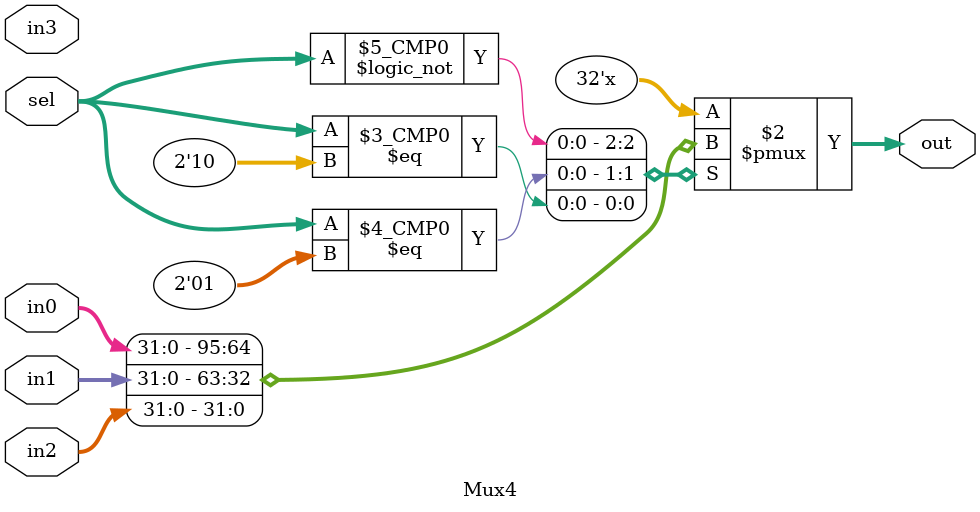
<source format=v>
`timescale 1ns / 1ps
module Mux4
  #(
	 parameter WIDTH = 32   //Ancho de la direccion de memoria.
	 )
	(
    input  [WIDTH-1:0] in0,
    input  [WIDTH-1:0] in1,
    input  [WIDTH-1:0] in2,
	input  [WIDTH-1:0] in3,
    output reg [WIDTH-1:0] out,
    input  [1:0] sel
    );

	always @(*)
	begin
		case (sel)
			2'b00: 	out <= in0;
			2'b01:	out <= in1;
			2'b10:	out <= in2;
			2'b10:	out <= in3;
		endcase
	end
endmodule

</source>
